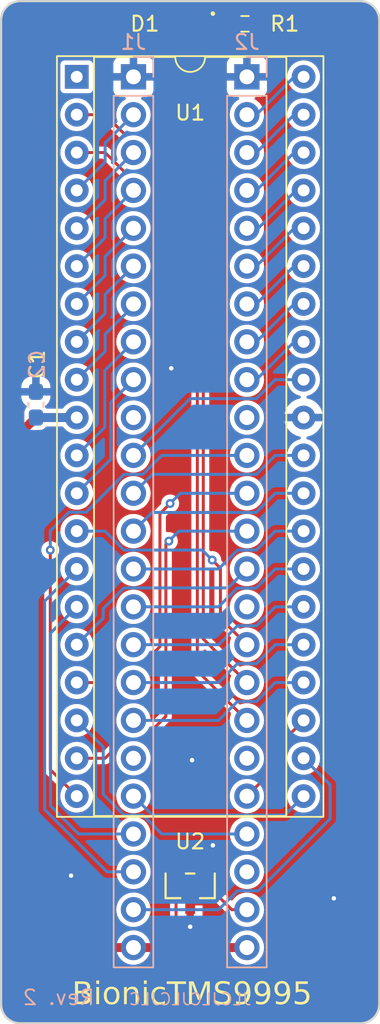
<source format=kicad_pcb>
(kicad_pcb (version 20240108) (generator "pcbnew") (generator_version "8.0")
  (title_block (title "BionicTMS9995") (date "2024-12-28") (rev "2") (company "Tadashi G. Takaoka"))
  (layers (0 "F.Cu" mixed) (31 "B.Cu" mixed) (34 "B.Paste" user) (35 "F.Paste" user) (36 "B.SilkS" user "B.Silkscreen") (37 "F.SilkS" user "F.Silkscreen") (38 "B.Mask" user) (39 "F.Mask" user) (44 "Edge.Cuts" user))
  (net 0 "")
  (net 1 "VCC")
  (net 2 "GND")
  (net 3 "/P53")
  (net 4 "/P26")
  (net 5 "/P27")
  (net 6 "/P47")
  (net 7 "/P46")
  (net 8 "/P25")
  (net 9 "/P24")
  (net 10 "/P23")
  (net 11 "/P22")
  (net 12 "/P21")
  (net 13 "/P20")
  (net 14 "/P34")
  (net 15 "/P35")
  (net 16 "/P17")
  (net 17 "/P36")
  (net 18 "/P16")
  (net 19 "/P15")
  (net 20 "/P40")
  (net 21 "/P14")
  (net 22 "/P13")
  (net 23 "/P42")
  (net 24 "/P12")
  (net 25 "/P11")
  (net 26 "/P10")
  (net 28 "/P33")
  (net 29 "/P32")
  (net 30 "/P31")
  (net 31 "/P30")
  (net 32 "/P51")
  (net 33 "/P55")
  (net 34 "/P43")
  (net 35 "/P37")
  (net 36 "/P50")
  (net 37 "/P52")
  (net 39 "Net-(D1-K)")
  (net 40 "/P54")
  (net 41 "/P41")
  (net 43 "/P45")
  (net 45 "Net-(J2-P57)")
  (footprint "bionic:DIP-40_W15.24mm_Socket" (layer "F.Cu") (at 106.08 75.08)
    (property "Reference" "U1" (at 7.62 2.413 0) (layer "F.SilkS"))
    (property "Value" "TMS9995")
    (fp_line (start -1.33 -1.39) (end -1.33 49.65) (stroke (width 0.12)) (layer "F.SilkS"))
    (fp_line (start -1.33 49.65) (end 16.57 49.65) (stroke (width 0.12)) (layer "F.SilkS"))
    (fp_line (start 1.16 -1.33) (end 1.16 49.59) (stroke (width 0.12)) (layer "F.SilkS"))
    (fp_line (start 1.16 49.59) (end 14.08 49.59) (stroke (width 0.12)) (layer "F.SilkS"))
    (fp_line (start 6.62 -1.33) (end 1.16 -1.33) (stroke (width 0.12)) (layer "F.SilkS"))
    (fp_line (start 14.08 -1.33) (end 8.62 -1.33) (stroke (width 0.12)) (layer "F.SilkS"))
    (fp_line (start 14.08 49.59) (end 14.08 -1.33) (stroke (width 0.12)) (layer "F.SilkS"))
    (fp_line (start 16.57 -1.39) (end -1.33 -1.39) (stroke (width 0.12)) (layer "F.SilkS"))
    (fp_line (start 16.57 49.65) (end 16.57 -1.39) (stroke (width 0.12)) (layer "F.SilkS"))
    (fp_arc (start 8.62 -1.33) (mid 7.62 -0.33) (end 6.62 -1.33) (stroke (width 0.12)) (layer "F.SilkS"))
    (pad "1" thru_hole rect (at 0 0) (size 1.6 1.6) (drill 0.8) (layers "*.Cu" "*.Mask"))
    (pad "2" thru_hole oval (at 0 2.54) (size 1.6 1.6) (drill 0.8) (layers "*.Cu" "*.Mask") (net 7 "/P46"))
    (pad "3" thru_hole oval (at 0 5.08) (size 1.6 1.6) (drill 0.8) (layers "*.Cu" "*.Mask") (net 6 "/P47"))
    (pad "4" thru_hole oval (at 0 7.62) (size 1.6 1.6) (drill 0.8) (layers "*.Cu" "*.Mask") (net 26 "/P10"))
    (pad "5" thru_hole oval (at 0 10.16) (size 1.6 1.6) (drill 0.8) (layers "*.Cu" "*.Mask") (net 25 "/P11"))
    (pad "6" thru_hole oval (at 0 12.7) (size 1.6 1.6) (drill 0.8) (layers "*.Cu" "*.Mask") (net 24 "/P12"))
    (pad "7" thru_hole oval (at 0 15.24) (size 1.6 1.6) (drill 0.8) (layers "*.Cu" "*.Mask") (net 22 "/P13"))
    (pad "8" thru_hole oval (at 0 17.78) (size 1.6 1.6) (drill 0.8) (layers "*.Cu" "*.Mask") (net 21 "/P14"))
    (pad "9" thru_hole oval (at 0 20.32) (size 1.6 1.6) (drill 0.8) (layers "*.Cu" "*.Mask") (net 19 "/P15"))
    (pad "10" thru_hole oval (at 0 22.86) (size 1.6 1.6) (drill 0.8) (layers "*.Cu" "*.Mask") (net 1 "VCC"))
    (pad "11" thru_hole oval (at 0 25.4) (size 1.6 1.6) (drill 0.8) (layers "*.Cu" "*.Mask") (net 18 "/P16"))
    (pad "12" thru_hole oval (at 0 27.94) (size 1.6 1.6) (drill 0.8) (layers "*.Cu" "*.Mask") (net 16 "/P17"))
    (pad "13" thru_hole oval (at 0 30.48) (size 1.6 1.6) (drill 0.8) (layers "*.Cu" "*.Mask") (net 43 "/P45"))
    (pad "14" thru_hole oval (at 0 33.02) (size 1.6 1.6) (drill 0.8) (layers "*.Cu" "*.Mask") (net 37 "/P52"))
    (pad "15" thru_hole oval (at 0 35.56) (size 1.6 1.6) (drill 0.8) (layers "*.Cu" "*.Mask") (net 32 "/P51"))
    (pad "16" thru_hole oval (at 0 38.1) (size 1.6 1.6) (drill 0.8) (layers "*.Cu" "*.Mask") (net 34 "/P43"))
    (pad "17" thru_hole oval (at 0 40.64) (size 1.6 1.6) (drill 0.8) (layers "*.Cu" "*.Mask") (net 41 "/P41"))
    (pad "18" thru_hole oval (at 0 43.18) (size 1.6 1.6) (drill 0.8) (layers "*.Cu" "*.Mask") (net 33 "/P55"))
    (pad "19" thru_hole oval (at 0 45.72) (size 1.6 1.6) (drill 0.8) (layers "*.Cu" "*.Mask") (net 23 "/P42"))
    (pad "20" thru_hole oval (at 0 48.26) (size 1.6 1.6) (drill 0.8) (layers "*.Cu" "*.Mask") (net 20 "/P40"))
    (pad "21" thru_hole oval (at 15.24 48.26) (size 1.6 1.6) (drill 0.8) (layers "*.Cu" "*.Mask") (net 36 "/P50"))
    (pad "22" thru_hole oval (at 15.24 45.72) (size 1.6 1.6) (drill 0.8) (layers "*.Cu" "*.Mask") (net 3 "/P53"))
    (pad "23" thru_hole oval (at 15.24 43.18) (size 1.6 1.6) (drill 0.8) (layers "*.Cu" "*.Mask") (net 40 "/P54"))
    (pad "24" thru_hole oval (at 15.24 40.64) (size 1.6 1.6) (drill 0.8) (layers "*.Cu" "*.Mask") (net 35 "/P37"))
    (pad "25" thru_hole oval (at 15.24 38.1) (size 1.6 1.6) (drill 0.8) (layers "*.Cu" "*.Mask") (net 17 "/P36"))
    (pad "26" thru_hole oval (at 15.24 35.56) (size 1.6 1.6) (drill 0.8) (layers "*.Cu" "*.Mask") (net 15 "/P35"))
    (pad "27" thru_hole oval (at 15.24 33.02) (size 1.6 1.6) (drill 0.8) (layers "*.Cu" "*.Mask") (net 14 "/P34"))
    (pad "28" thru_hole oval (at 15.24 30.48) (size 1.6 1.6) (drill 0.8) (layers "*.Cu" "*.Mask") (net 28 "/P33"))
    (pad "29" thru_hole oval (at 15.24 27.94) (size 1.6 1.6) (drill 0.8) (layers "*.Cu" "*.Mask") (net 29 "/P32"))
    (pad "30" thru_hole oval (at 15.24 25.4) (size 1.6 1.6) (drill 0.8) (layers "*.Cu" "*.Mask") (net 30 "/P31"))
    (pad "31" thru_hole oval (at 15.24 22.86) (size 1.6 1.6) (drill 0.8) (layers "*.Cu" "*.Mask") (net 2 "GND"))
    (pad "32" thru_hole oval (at 15.24 20.32) (size 1.6 1.6) (drill 0.8) (layers "*.Cu" "*.Mask") (net 31 "/P30"))
    (pad "33" thru_hole oval (at 15.24 17.78) (size 1.6 1.6) (drill 0.8) (layers "*.Cu" "*.Mask") (net 5 "/P27"))
    (pad "34" thru_hole oval (at 15.24 15.24) (size 1.6 1.6) (drill 0.8) (layers "*.Cu" "*.Mask") (net 4 "/P26"))
    (pad "35" thru_hole oval (at 15.24 12.7) (size 1.6 1.6) (drill 0.8) (layers "*.Cu" "*.Mask") (net 8 "/P25"))
    (pad "36" thru_hole oval (at 15.24 10.16) (size 1.6 1.6) (drill 0.8) (layers "*.Cu" "*.Mask") (net 9 "/P24"))
    (pad "37" thru_hole oval (at 15.24 7.62) (size 1.6 1.6) (drill 0.8) (layers "*.Cu" "*.Mask") (net 10 "/P23"))
    (pad "38" thru_hole oval (at 15.24 5.08) (size 1.6 1.6) (drill 0.8) (layers "*.Cu" "*.Mask") (net 11 "/P22"))
    (pad "39" thru_hole oval (at 15.24 2.54) (size 1.6 1.6) (drill 0.8) (layers "*.Cu" "*.Mask") (net 12 "/P21"))
    (pad "40" thru_hole oval (at 15.24 0) (size 1.6 1.6) (drill 0.8) (layers "*.Cu" "*.Mask") (net 13 "/P20"))
  )
  (footprint "microchip:SOT-23_MC_MCH-M" (layer "F.Cu") (at 113.7 129.359 180)
    (property "Reference" "U2" (at 0 2.971 0) (layer "F.SilkS"))
    (property "Value" "11AA010-I/TT")
    (fp_line (start 1.652 0.827) (end 1.652 -0.827) (stroke (width 0.1524)) (layer "F.SilkS"))
    (fp_line (start 1.652 -0.827) (end 0.66294 -0.827) (stroke (width 0.1524)) (layer "F.SilkS"))
    (fp_line (start -0.287061 0.827) (end 0.287061 0.827) (stroke (width 0.1524)) (layer "F.SilkS"))
    (fp_line (start -0.66294 -0.827) (end -1.652 -0.827) (stroke (width 0.1524)) (layer "F.SilkS"))
    (fp_line (start -1.652 -0.827) (end -1.652 0.827) (stroke (width 0.1524)) (layer "F.SilkS"))
    (pad "1" smd rect (at -0.950001 1.066 180) (size 0.6604 1.6256) (layers "F.Cu" "F.Paste" "F.Mask") (net 45 "Net-(J2-P57)"))
    (pad "2" smd rect (at 0.950001 1.066 180) (size 0.6604 1.6256) (layers "F.Cu" "F.Paste" "F.Mask") (net 1 "VCC"))
    (pad "3" smd rect (at 0 -1.066 180) (size 0.6604 1.6256) (layers "F.Cu" "F.Paste" "F.Mask") (net 2 "GND"))
  )
  (footprint "rhom:LED_CSL1901UW1_ROM-M" (layer "F.Cu") (at 113.573 71.524 180)
    (property "Reference" "D1" (at 2.921 0 0) (layer "F.SilkS"))
    (property "Value" "CSL1901UW1")
    (fp_circle (center -1.651 0.6858) (end -1.5748 0.6858) (stroke (width 0.1524)) (fill none) (layer "F.SilkS"))
    (pad "1" smd rect (at -0.8763 0 180) (size 0.9652 0.762) (layers "F.Cu" "F.Paste" "F.Mask") (net 39 "Net-(D1-K)"))
    (pad "2" smd rect (at 0.8763 0 180) (size 0.9652 0.762) (layers "F.Cu" "F.Paste" "F.Mask") (net 1 "VCC"))
    (zone (net 0) (net_name "") (layer "F.Cu") (connect_pads (clearance 0)) (min_thickness 0.254)
      (keepout (tracks not_allowed) (vias not_allowed) (pads allowed) (copperpour not_allowed) (footprints allowed))
      (fill (thermal_gap 0.508) (thermal_bridge_width 0.508))
      (polygon (pts (xy 113.9159 71.8796) (xy 113.2301 71.8796) (xy 113.2301 71.1684) (xy 113.9159 71.1684)))
    )
  )
  (footprint "Resistor_SMD:R_0603_1608Metric_Pad0.98x0.95mm_HandSolder" (layer "F.Cu") (at 117.383 71.524)
    (property "Reference" "R1" (at 2.667 0 0) (layer "F.SilkS"))
    (property "Value" "1.6k")
    (fp_line (start -0.254724 -0.5225) (end 0.254724 -0.5225) (stroke (width 0.12)) (layer "F.SilkS"))
    (fp_line (start -0.254724 0.5225) (end 0.254724 0.5225) (stroke (width 0.12)) (layer "F.SilkS"))
    (pad "1" smd roundrect (at -0.9125 0) (size 0.975 0.95) (layers "F.Cu" "F.Paste" "F.Mask") (net 39 "Net-(D1-K)"))
    (pad "2" smd roundrect (at 0.9125 0) (size 0.975 0.95) (layers "F.Cu" "F.Paste" "F.Mask") (net 2 "GND"))
  )
  (footprint "Capacitor_SMD:C_0603_1608Metric_Pad1.08x0.95mm_HandSolder" (layer "F.Cu") (at 103.3368 97.0764 90)
    (property "Reference" "C1" (at 2.6924 0.0762 90) (layer "F.SilkS"))
    (property "Value" "0.1u")
    (fp_line (start -0.146267 -0.51) (end 0.146267 -0.51) (stroke (width 0.12)) (layer "F.SilkS"))
    (fp_line (start -0.146267 0.51) (end 0.146267 0.51) (stroke (width 0.12)) (layer "F.SilkS"))
    (pad "1" smd roundrect (at -0.8625 0 90) (size 1.075 0.95) (layers "F.Cu" "F.Paste" "F.Mask") (net 1 "VCC"))
    (pad "2" smd roundrect (at 0.8625 0 90) (size 1.075 0.95) (layers "F.Cu" "F.Paste" "F.Mask") (net 2 "GND"))
  )
  (footprint "bionic:Bionic-P245_Vertical" (layer "B.Cu") (at 117.51 75.08 180)
    (property "Reference" "J2" (at 0 2.33 0) (layer "B.SilkS") (effects (justify mirror)))
    (property "Value" "Bionic-P245")
    (fp_line (start 1.33 -1.27) (end -1.33 -1.27) (stroke (width 0.12)) (layer "B.SilkS"))
    (fp_line (start 1.33 -59.75) (end 1.33 -1.27) (stroke (width 0.12)) (layer "B.SilkS"))
    (fp_line (start 1.33 -59.75) (end -1.33 -59.75) (stroke (width 0.12)) (layer "B.SilkS"))
    (fp_line (start 0 1.33) (end -1.33 1.33) (stroke (width 0.12)) (layer "B.SilkS"))
    (fp_line (start -1.33 1.33) (end -1.33 0) (stroke (width 0.12)) (layer "B.SilkS"))
    (fp_line (start -1.33 -59.75) (end -1.33 -1.27) (stroke (width 0.12)) (layer "B.SilkS"))
    (pad "25" thru_hole oval (at 0 -58.42 180) (size 1.7 1.7) (drill 1) (layers "*.Cu" "*.Mask") (net 1 "VCC"))
    (pad "26" thru_hole oval (at 0 -55.88 180) (size 1.7 1.7) (drill 1) (layers "*.Cu" "*.Mask") (net 45 "Net-(J2-P57)"))
    (pad "27" thru_hole oval (at 0 -53.34 180) (size 1.7 1.7) (drill 1) (layers "*.Cu" "*.Mask"))
    (pad "28" thru_hole oval (at 0 -50.8 180) (size 1.7 1.7) (drill 1) (layers "*.Cu" "*.Mask") (net 33 "/P55"))
    (pad "29" thru_hole oval (at 0 -48.26 180) (size 1.7 1.7) (drill 1) (layers "*.Cu" "*.Mask") (net 40 "/P54"))
    (pad "30" thru_hole oval (at 0 -45.72 180) (size 1.7 1.7) (drill 1) (layers "*.Cu" "*.Mask"))
    (pad "31" thru_hole oval (at 0 -43.18 180) (size 1.7 1.7) (drill 1) (layers "*.Cu" "*.Mask") (net 6 "/P47"))
    (pad "32" thru_hole oval (at 0 -40.64 180) (size 1.7 1.7) (drill 1) (layers "*.Cu" "*.Mask") (net 7 "/P46"))
    (pad "33" thru_hole oval (at 0 -38.1 180) (size 1.7 1.7) (drill 1) (layers "*.Cu" "*.Mask") (net 43 "/P45"))
    (pad "34" thru_hole oval (at 0 -35.56 180) (size 1.7 1.7) (drill 1) (layers "*.Cu" "*.Mask"))
    (pad "35" thru_hole oval (at 0 -33.02 180) (size 1.7 1.7) (drill 1) (layers "*.Cu" "*.Mask") (net 34 "/P43"))
    (pad "36" thru_hole oval (at 0 -30.48 180) (size 1.7 1.7) (drill 1) (layers "*.Cu" "*.Mask") (net 23 "/P42"))
    (pad "37" thru_hole oval (at 0 -27.94 180) (size 1.7 1.7) (drill 1) (layers "*.Cu" "*.Mask") (net 41 "/P41"))
    (pad "38" thru_hole oval (at 0 -25.4 180) (size 1.7 1.7) (drill 1) (layers "*.Cu" "*.Mask") (net 20 "/P40"))
    (pad "39" thru_hole oval (at 0 -22.86 180) (size 1.7 1.7) (drill 1) (layers "*.Cu" "*.Mask"))
    (pad "40" thru_hole oval (at 0 -20.32 180) (size 1.7 1.7) (drill 1) (layers "*.Cu" "*.Mask") (net 5 "/P27"))
    (pad "41" thru_hole oval (at 0 -17.78 180) (size 1.7 1.7) (drill 1) (layers "*.Cu" "*.Mask") (net 4 "/P26"))
    (pad "42" thru_hole oval (at 0 -15.24 180) (size 1.7 1.7) (drill 1) (layers "*.Cu" "*.Mask") (net 8 "/P25"))
    (pad "43" thru_hole oval (at 0 -12.7 180) (size 1.7 1.7) (drill 1) (layers "*.Cu" "*.Mask") (net 9 "/P24"))
    (pad "44" thru_hole oval (at 0 -10.16 180) (size 1.7 1.7) (drill 1) (layers "*.Cu" "*.Mask") (net 10 "/P23"))
    (pad "45" thru_hole oval (at 0 -7.62 180) (size 1.7 1.7) (drill 1) (layers "*.Cu" "*.Mask") (net 11 "/P22"))
    (pad "46" thru_hole oval (at 0 -5.08 180) (size 1.7 1.7) (drill 1) (layers "*.Cu" "*.Mask") (net 12 "/P21"))
    (pad "47" thru_hole oval (at 0 -2.54 180) (size 1.7 1.7) (drill 1) (layers "*.Cu" "*.Mask") (net 13 "/P20"))
    (pad "48" thru_hole rect (at 0 0 180) (size 1.7 1.7) (drill 1) (layers "*.Cu" "*.Mask") (net 2 "GND"))
  )
  (footprint "Capacitor_SMD:C_0603_1608Metric_Pad1.08x0.95mm_HandSolder" (layer "B.Cu") (at 103.3368 97.0764 90)
    (property "Reference" "C2" (at 2.6924 0.0762 90) (layer "B.SilkS") (effects (justify mirror)))
    (property "Value" "22U")
    (fp_line (start 0.146267 -0.51) (end -0.146267 -0.51) (stroke (width 0.12)) (layer "B.SilkS"))
    (fp_line (start 0.146267 0.51) (end -0.146267 0.51) (stroke (width 0.12)) (layer "B.SilkS"))
    (pad "1" smd roundrect (at -0.8625 0 90) (size 1.075 0.95) (layers "B.Cu" "B.Paste" "B.Mask") (net 1 "VCC"))
    (pad "2" smd roundrect (at 0.8625 0 90) (size 1.075 0.95) (layers "B.Cu" "B.Paste" "B.Mask") (net 2 "GND"))
  )
  (footprint "bionic:Bionic-P135_Vertical" (layer "B.Cu") (at 109.89 75.08 180)
    (property "Reference" "J1" (at 0 2.33 0) (layer "B.SilkS") (effects (justify mirror)))
    (property "Value" "Bionic-P135")
    (fp_line (start 1.33 -1.27) (end -1.33 -1.27) (stroke (width 0.12)) (layer "B.SilkS"))
    (fp_line (start 1.33 -59.75) (end 1.33 -1.27) (stroke (width 0.12)) (layer "B.SilkS"))
    (fp_line (start 1.33 -59.75) (end -1.33 -59.75) (stroke (width 0.12)) (layer "B.SilkS"))
    (fp_line (start 0 1.33) (end -1.33 1.33) (stroke (width 0.12)) (layer "B.SilkS"))
    (fp_line (start -1.33 1.33) (end -1.33 0) (stroke (width 0.12)) (layer "B.SilkS"))
    (fp_line (start -1.33 -59.75) (end -1.33 -1.27) (stroke (width 0.12)) (layer "B.SilkS"))
    (pad "1" thru_hole rect (at 0 0 180) (size 1.7 1.7) (drill 1) (layers "*.Cu" "*.Mask") (net 2 "GND"))
    (pad "2" thru_hole oval (at 0 -2.54 180) (size 1.7 1.7) (drill 1) (layers "*.Cu" "*.Mask") (net 26 "/P10"))
    (pad "3" thru_hole oval (at 0 -5.08 180) (size 1.7 1.7) (drill 1) (layers "*.Cu" "*.Mask") (net 25 "/P11"))
    (pad "4" thru_hole oval (at 0 -7.62 180) (size 1.7 1.7) (drill 1) (layers "*.Cu" "*.Mask") (net 24 "/P12"))
    (pad "5" thru_hole oval (at 0 -10.16 180) (size 1.7 1.7) (drill 1) (layers "*.Cu" "*.Mask") (net 22 "/P13"))
    (pad "6" thru_hole oval (at 0 -12.7 180) (size 1.7 1.7) (drill 1) (layers "*.Cu" "*.Mask") (net 21 "/P14"))
    (pad "7" thru_hole oval (at 0 -15.24 180) (size 1.7 1.7) (drill 1) (layers "*.Cu" "*.Mask") (net 19 "/P15"))
    (pad "8" thru_hole oval (at 0 -17.78 180) (size 1.7 1.7) (drill 1) (layers "*.Cu" "*.Mask") (net 18 "/P16"))
    (pad "9" thru_hole oval (at 0 -20.32 180) (size 1.7 1.7) (drill 1) (layers "*.Cu" "*.Mask") (net 16 "/P17"))
    (pad "10" thru_hole oval (at 0 -22.86 180) (size 1.7 1.7) (drill 1) (layers "*.Cu" "*.Mask"))
    (pad "11" thru_hole oval (at 0 -25.4 180) (size 1.7 1.7) (drill 1) (layers "*.Cu" "*.Mask") (net 31 "/P30"))
    (pad "12" thru_hole oval (at 0 -27.94 180) (size 1.7 1.7) (drill 1) (layers "*.Cu" "*.Mask") (net 30 "/P31"))
    (pad "13" thru_hole oval (at 0 -30.48 180) (size 1.7 1.7) (drill 1) (layers "*.Cu" "*.Mask") (net 29 "/P32"))
    (pad "14" thru_hole oval (at 0 -33.02 180) (size 1.7 1.7) (drill 1) (layers "*.Cu" "*.Mask") (net 28 "/P33"))
    (pad "15" thru_hole oval (at 0 -35.56 180) (size 1.7 1.7) (drill 1) (layers "*.Cu" "*.Mask") (net 14 "/P34"))
    (pad "16" thru_hole oval (at 0 -38.1 180) (size 1.7 1.7) (drill 1) (layers "*.Cu" "*.Mask") (net 15 "/P35"))
    (pad "17" thru_hole oval (at 0 -40.64 180) (size 1.7 1.7) (drill 1) (layers "*.Cu" "*.Mask") (net 17 "/P36"))
    (pad "18" thru_hole oval (at 0 -43.18 180) (size 1.7 1.7) (drill 1) (layers "*.Cu" "*.Mask") (net 35 "/P37"))
    (pad "19" thru_hole oval (at 0 -45.72 180) (size 1.7 1.7) (drill 1) (layers "*.Cu" "*.Mask"))
    (pad "20" thru_hole oval (at 0 -48.26 180) (size 1.7 1.7) (drill 1) (layers "*.Cu" "*.Mask") (net 36 "/P50"))
    (pad "21" thru_hole oval (at 0 -50.8 180) (size 1.7 1.7) (drill 1) (layers "*.Cu" "*.Mask") (net 32 "/P51"))
    (pad "22" thru_hole oval (at 0 -53.34 180) (size 1.7 1.7) (drill 1) (layers "*.Cu" "*.Mask") (net 37 "/P52"))
    (pad "23" thru_hole oval (at 0 -55.88 180) (size 1.7 1.7) (drill 1) (layers "*.Cu" "*.Mask") (net 3 "/P53"))
    (pad "24" thru_hole oval (at 0 -58.42 180) (size 1.7 1.7) (drill 1) (layers "*.Cu" "*.Mask") (net 1 "VCC"))
  )
  (gr_arc (start 126.4 137.31) (mid 126.028026 138.208026) (end 125.13 138.58) (stroke (width 0.15)) (layer "Edge.Cuts"))
  (gr_arc (start 102.27 138.58) (mid 101.371974 138.208026) (end 101 137.31) (stroke (width 0.15)) (layer "Edge.Cuts"))
  (gr_arc (start 125.13 70) (mid 126.028026 70.371974) (end 126.4 71.27) (stroke (width 0.15)) (layer "Edge.Cuts"))
  (gr_line (start 101 71.27) (end 101 137.31) (stroke (width 0.15)) (layer "Edge.Cuts"))
  (gr_line (start 102.27 70) (end 125.13 70) (stroke (width 0.15)) (layer "Edge.Cuts"))
  (gr_line (start 126.4 71.27) (end 126.4 137.31) (stroke (width 0.15)) (layer "Edge.Cuts"))
  (gr_arc (start 101 71.27) (mid 101.371974 70.371974) (end 102.27 70) (stroke (width 0.15)) (layer "Edge.Cuts"))
  (gr_line (start 102.27 138.58) (end 125.13 138.58) (stroke (width 0.15)) (layer "Edge.Cuts"))
  (gr_text "Rev. 2\n" (at 107.35 137.437 0) (layer "B.SilkS") (effects (font (size 1 1) (thickness -0.1)) (justify left bottom mirror)))
  (gr_text "JLCJLCJLCJLC" (at 113.7 137.437 0) (layer "B.SilkS") (effects (font (size 0.8 0.8)) (justify bottom mirror)))
  (gr_text "BionicTMS9995" (at 113.827 136.675 0) (layer "F.SilkS") (effects (font (size 1.5 1.5))))
  (segment (start 112.811 133.5) (end 109.89 133.5) (width 0.6) (layer "F.Cu") (net 1))
  (segment (start 112.75 128.293001) (end 112.75 133.439) (width 0.2) (layer "F.Cu") (net 1))
  (segment (start 103.3368 97.9389) (end 106.0789 97.9389) (width 0.6) (layer "F.Cu") (net 1))
  (segment (start 103.3368 97.939) (end 103.3368 97.9389) (width 0.6) (layer "F.Cu") (net 1))
  (segment (start 112.75 133.439) (end 112.811 133.5) (width 0.2) (layer "F.Cu") (net 1))
  (segment (start 102.8035 98.4723) (end 103.3368 97.939) (width 0.6) (layer "F.Cu") (net 1))
  (segment (start 102.27 99.0057) (end 103.3368 97.9389) (width 0.6) (layer "F.Cu") (net 1))
  (segment (start 102.27 127.785) (end 102.27 99.0057) (width 0.6) (layer "F.Cu") (net 1))
  (segment (start 102.016 98.7517) (end 102.27 99.0057) (width 0.2) (layer "F.Cu") (net 1))
  (segment (start 102.016 73.683) (end 102.016 98.7517) (width 0.2) (layer "F.Cu") (net 1))
  (segment (start 107.985 133.5) (end 102.27 127.785) (width 0.6) (layer "F.Cu") (net 1))
  (segment (start 117.51 133.5) (end 112.811 133.5) (width 0.6) (layer "F.Cu") (net 1))
  (segment (start 104.175 71.524) (end 102.016 73.683) (width 0.2) (layer "F.Cu") (net 1))
  (segment (start 112.697 71.524) (end 112.6967 71.524) (width 0.2) (layer "F.Cu") (net 1))
  (segment (start 112.749999 128.293) (end 112.75 128.293001) (width 0.2) (layer "F.Cu") (net 1))
  (segment (start 112.6967 71.524) (end 104.175 71.524) (width 0.2) (layer "F.Cu") (net 1))
  (segment (start 106.0789 97.9389) (end 106.08 97.94) (width 0.6) (layer "F.Cu") (net 1))
  (segment (start 109.89 133.5) (end 107.985 133.5) (width 0.6) (layer "F.Cu") (net 1))
  (segment (start 103.3379 97.94) (end 103.3368 97.9389) (width 0.6) (layer "B.Cu") (net 1))
  (segment (start 103.337 97.9389) (end 103.3368 97.9389) (width 0.6) (layer "B.Cu") (net 1))
  (segment (start 106.08 97.94) (end 103.3379 97.94) (width 0.6) (layer "B.Cu") (net 1))
  (segment (start 121.32 97.94) (end 122.971 97.94) (width 0.4) (layer "F.Cu") (net 2))
  (via (at 113.827 120.927) (size 0.6) (drill 0.3) (layers "F.Cu" "B.Cu") (net 2))
  (via (at 115.224 126.642) (size 0.6) (drill 0.3) (layers "F.Cu" "B.Cu") (net 2))
  (via (at 112.43 94.638) (size 0.6) (drill 0.3) (layers "F.Cu" "B.Cu") (net 2))
  (via (at 113.7 132.103) (size 0.6) (drill 0.3) (layers "F.Cu" "B.Cu") (net 2))
  (via (at 105.699 128.674) (size 0.6) (drill 0.3) (layers "F.Cu" "B.Cu") (net 2))
  (via (at 123.352 130.198) (size 0.6) (drill 0.3) (layers "F.Cu" "B.Cu") (net 2))
  (segment (start 121.32 97.94) (end 122.971 97.94) (width 0.4) (layer "B.Cu") (net 2))
  (segment (start 123.098 124.864) (end 118.272 129.69) (width 0.2) (layer "B.Cu") (net 3))
  (segment (start 118.272 129.69) (end 116.875 129.69) (width 0.2) (layer "B.Cu") (net 3))
  (segment (start 116.875 129.69) (end 115.605 130.96) (width 0.2) (layer "B.Cu") (net 3))
  (segment (start 115.605 130.96) (end 109.89 130.96) (width 0.2) (layer "B.Cu") (net 3))
  (segment (start 121.32 120.8) (end 123.098 122.578) (width 0.2) (layer "B.Cu") (net 3))
  (segment (start 123.098 122.578) (end 123.098 124.864) (width 0.2) (layer "B.Cu") (net 3))
  (segment (start 118.145 92.86) (end 120.685 90.32) (width 0.2) (layer "B.Cu") (net 4))
  (segment (start 120.685 90.32) (end 121.32 90.32) (width 0.2) (layer "B.Cu") (net 4))
  (segment (start 117.51 92.86) (end 118.145 92.86) (width 0.2) (layer "B.Cu") (net 4))
  (segment (start 118.145 95.4) (end 120.685 92.86) (width 0.2) (layer "B.Cu") (net 5))
  (segment (start 120.685 92.86) (end 121.32 92.86) (width 0.2) (layer "B.Cu") (net 5))
  (segment (start 117.51 95.4) (end 118.145 95.4) (width 0.2) (layer "B.Cu") (net 5))
  (segment (start 112.499314 81.43) (end 114.180735 83.111421) (width 0.2) (layer "F.Cu") (net 6))
  (segment (start 106.08 80.16) (end 107.985 80.16) (width 0.2) (layer "F.Cu") (net 6))
  (segment (start 114.180735 114.930735) (end 117.51 118.26) (width 0.2) (layer "F.Cu") (net 6))
  (segment (start 107.985 80.16) (end 109.255 81.43) (width 0.2) (layer "F.Cu") (net 6))
  (segment (start 114.180735 83.111421) (end 114.180735 114.930735) (width 0.2) (layer "F.Cu") (net 6))
  (segment (start 109.255 81.43) (end 112.499314 81.43) (width 0.2) (layer "F.Cu") (net 6))
  (segment (start 114.580735 82.945735) (end 110.525 78.89) (width 0.2) (layer "F.Cu") (net 7))
  (segment (start 107.985 77.62) (end 106.08 77.62) (width 0.2) (layer "F.Cu") (net 7))
  (segment (start 114.580735 112.790735) (end 114.580735 82.945735) (width 0.2) (layer "F.Cu") (net 7))
  (segment (start 110.525 78.89) (end 109.255 78.89) (width 0.2) (layer "F.Cu") (net 7))
  (segment (start 117.51 115.72) (end 114.580735 112.790735) (width 0.2) (layer "F.Cu") (net 7))
  (segment (start 109.255 78.89) (end 107.985 77.62) (width 0.2) (layer "F.Cu") (net 7))
  (segment (start 118.145 90.32) (end 120.685 87.78) (width 0.2) (layer "B.Cu") (net 8))
  (segment (start 120.685 87.78) (end 121.32 87.78) (width 0.2) (layer "B.Cu") (net 8))
  (segment (start 117.51 90.32) (end 118.145 90.32) (width 0.2) (layer "B.Cu") (net 8))
  (segment (start 118.145 87.78) (end 120.685 85.24) (width 0.2) (layer "B.Cu") (net 9))
  (segment (start 117.51 87.78) (end 118.145 87.78) (width 0.2) (layer "B.Cu") (net 9))
  (segment (start 120.685 85.24) (end 121.32 85.24) (width 0.2) (layer "B.Cu") (net 9))
  (segment (start 120.812 82.7) (end 121.32 82.7) (width 0.2) (layer "B.Cu") (net 10))
  (segment (start 118.272 85.24) (end 120.812 82.7) (width 0.2) (layer "B.Cu") (net 10))
  (segment (start 117.51 85.24) (end 118.272 85.24) (width 0.2) (layer "B.Cu") (net 10))
  (segment (start 118.145 82.7) (end 120.685 80.16) (width 0.2) (layer "B.Cu") (net 11))
  (segment (start 120.685 80.16) (end 121.32 80.16) (width 0.2) (layer "B.Cu") (net 11))
  (segment (start 117.51 82.7) (end 118.145 82.7) (width 0.2) (layer "B.Cu") (net 11))
  (segment (start 120.685 77.62) (end 121.32 77.62) (width 0.2) (layer "B.Cu") (net 12))
  (segment (start 118.145 80.16) (end 120.685 77.62) (width 0.2) (layer "B.Cu") (net 12))
  (segment (start 117.51 80.16) (end 118.145 80.16) (width 0.2) (layer "B.Cu") (net 12))
  (segment (start 118.145 77.62) (end 120.685 75.08) (width 0.2) (layer "B.Cu") (net 13))
  (segment (start 117.51 77.62) (end 118.145 77.62) (width 0.2) (layer "B.Cu") (net 13))
  (segment (start 120.685 75.08) (end 121.32 75.08) (width 0.2) (layer "B.Cu") (net 13))
  (segment (start 119.415 108.1) (end 121.32 108.1) (width 0.2) (layer "B.Cu") (net 14))
  (segment (start 115.605 110.64) (end 116.8571 109.3879) (width 0.2) (layer "B.Cu") (net 14))
  (segment (start 109.89 110.64) (end 115.605 110.64) (width 0.2) (layer "B.Cu") (net 14))
  (segment (start 116.8571 109.3879) (end 118.1271 109.3879) (width 0.2) (layer "B.Cu") (net 14))
  (segment (start 118.1271 109.3879) (end 119.415 108.1) (width 0.2) (layer "B.Cu") (net 14))
  (segment (start 109.89 113.18) (end 115.605 113.18) (width 0.2) (layer "B.Cu") (net 15))
  (segment (start 116.875 111.91) (end 118.145 111.91) (width 0.2) (layer "B.Cu") (net 15))
  (segment (start 119.415 110.64) (end 121.32 110.64) (width 0.2) (layer "B.Cu") (net 15))
  (segment (start 118.145 111.91) (end 119.415 110.64) (width 0.2) (layer "B.Cu") (net 15))
  (segment (start 115.605 113.18) (end 116.875 111.91) (width 0.2) (layer "B.Cu") (net 15))
  (segment (start 108.366 100.734) (end 106.08 103.02) (width 0.2) (layer "B.Cu") (net 16))
  (segment (start 108.366 96.924) (end 108.366 100.734) (width 0.2) (layer "B.Cu") (net 16))
  (segment (start 109.89 95.4) (end 108.366 96.924) (width 0.2) (layer "B.Cu") (net 16))
  (segment (start 109.89 115.72) (end 115.605 115.72) (width 0.2) (layer "B.Cu") (net 17))
  (segment (start 118.145 114.45) (end 119.415 113.18) (width 0.2) (layer "B.Cu") (net 17))
  (segment (start 119.415 113.18) (end 121.32 113.18) (width 0.2) (layer "B.Cu") (net 17))
  (segment (start 115.605 115.72) (end 116.875 114.45) (width 0.2) (layer "B.Cu") (net 17))
  (segment (start 116.875 114.45) (end 118.145 114.45) (width 0.2) (layer "B.Cu") (net 17))
  (segment (start 107.966 98.594) (end 106.08 100.48) (width 0.2) (layer "B.Cu") (net 18))
  (segment (start 109.89 92.86) (end 107.966 94.784) (width 0.2) (layer "B.Cu") (net 18))
  (segment (start 107.966 94.784) (end 107.966 98.594) (width 0.2) (layer "B.Cu") (net 18))
  (segment (start 109.89 90.32) (end 109.89 90.447) (width 0.2) (layer "B.Cu") (net 19))
  (segment (start 107.985 92.352) (end 107.985 93.495) (width 0.2) (layer "B.Cu") (net 19))
  (segment (start 109.89 90.447) (end 107.985 92.352) (width 0.2) (layer "B.Cu") (net 19))
  (segment (start 107.985 93.495) (end 106.08 95.4) (width 0.2) (layer "B.Cu") (net 19))
  (segment (start 104.302 106.83) (end 104.302 121.562) (width 0.2) (layer "F.Cu") (net 20))
  (segment (start 104.302 121.562) (end 106.08 123.34) (width 0.2) (layer "F.Cu") (net 20))
  (via (at 104.302 106.83) (size 0.6) (drill 0.3) (layers "F.Cu" "B.Cu") (net 20))
  (segment (start 110.525 101.75) (end 111.795 100.48) (width 0.2) (layer "B.Cu") (net 20))
  (segment (start 111.795 100.48) (end 117.51 100.48) (width 0.2) (layer "B.Cu") (net 20))
  (segment (start 109.255 101.75) (end 110.525 101.75) (width 0.2) (layer "B.Cu") (net 20))
  (segment (start 104.302 105.544182) (end 105.556182 104.29) (width 0.2) (layer "B.Cu") (net 20))
  (segment (start 105.556182 104.29) (end 106.715 104.29) (width 0.2) (layer "B.Cu") (net 20))
  (segment (start 104.302 106.83) (end 104.302 105.544182) (width 0.2) (layer "B.Cu") (net 20))
  (segment (start 106.715 104.29) (end 109.255 101.75) (width 0.2) (layer "B.Cu") (net 20))
  (segment (start 109.89 87.78) (end 107.985 89.685) (width 0.2) (layer "B.Cu") (net 21))
  (segment (start 107.985 89.685) (end 107.985 90.955) (width 0.2) (layer "B.Cu") (net 21))
  (segment (start 107.985 90.955) (end 106.08 92.86) (width 0.2) (layer "B.Cu") (net 21))
  (segment (start 107.985 88.415) (end 106.08 90.32) (width 0.2) (layer "B.Cu") (net 22))
  (segment (start 109.89 85.24) (end 107.985 87.145) (width 0.2) (layer "B.Cu") (net 22))
  (segment (start 107.985 87.145) (end 107.985 88.415) (width 0.2) (layer "B.Cu") (net 22))
  (segment (start 107.985 120.8) (end 106.08 120.8) (width 0.2) (layer "F.Cu") (net 23))
  (segment (start 110.525 119.53) (end 109.255 119.53) (width 0.2) (layer "F.Cu") (net 23))
  (segment (start 112.268 106.23) (end 112.068 106.43) (width 0.2) (layer "F.Cu") (net 23))
  (segment (start 112.068 117.987) (end 110.525 119.53) (width 0.2) (layer "F.Cu") (net 23))
  (segment (start 109.255 119.53) (end 107.985 120.8) (width 0.2) (layer "F.Cu") (net 23))
  (segment (start 112.068 106.43) (end 112.068 117.987) (width 0.2) (layer "F.Cu") (net 23))
  (via (at 112.268 106.23) (size 0.6) (drill 0.3) (layers "F.Cu" "B.Cu") (net 23))
  (segment (start 112.268 106.23) (end 112.938 105.56) (width 0.2) (layer "B.Cu") (net 23))
  (segment (start 112.938 105.56) (end 117.51 105.56) (width 0.2) (layer "B.Cu") (net 23))
  (segment (start 107.985 84.605) (end 107.985 85.875) (width 0.2) (layer "B.Cu") (net 24))
  (segment (start 109.89 82.7) (end 107.985 84.605) (width 0.2) (layer "B.Cu") (net 24))
  (segment (start 107.985 85.875) (end 106.08 87.78) (width 0.2) (layer "B.Cu") (net 24))
  (segment (start 109.89 80.16) (end 107.985 82.065) (width 0.2) (layer "B.Cu") (net 25))
  (segment (start 107.985 83.335) (end 106.08 85.24) (width 0.2) (layer "B.Cu") (net 25))
  (segment (start 107.985 82.065) (end 107.985 83.335) (width 0.2) (layer "B.Cu") (net 25))
  (segment (start 107.985 80.795) (end 106.08 82.7) (width 0.2) (layer "B.Cu") (net 26))
  (segment (start 109.89 77.62) (end 107.985 79.525) (width 0.2) (layer "B.Cu") (net 26))
  (segment (start 107.985 79.525) (end 107.985 80.795) (width 0.2) (layer "B.Cu") (net 26))
  (segment (start 119.415 105.56) (end 121.32 105.56) (width 0.2) (layer "B.Cu") (net 28))
  (segment (start 115.605 108.1) (end 116.875 106.83) (width 0.2) (layer "B.Cu") (net 28))
  (segment (start 109.89 108.1) (end 115.605 108.1) (width 0.2) (layer "B.Cu") (net 28))
  (segment (start 118.145 106.83) (end 119.415 105.56) (width 0.2) (layer "B.Cu") (net 28))
  (segment (start 116.875 106.83) (end 118.145 106.83) (width 0.2) (layer "B.Cu") (net 28))
  (segment (start 118.1271 104.3079) (end 119.415 103.02) (width 0.2) (layer "B.Cu") (net 29))
  (segment (start 109.89 105.56) (end 111.1421 104.3079) (width 0.2) (layer "B.Cu") (net 29))
  (segment (start 111.1421 104.3079) (end 118.1271 104.3079) (width 0.2) (layer "B.Cu") (net 29))
  (segment (start 119.415 103.02) (end 121.32 103.02) (width 0.2) (layer "B.Cu") (net 29))
  (segment (start 111.16 101.75) (end 118.145 101.75) (width 0.2) (layer "B.Cu") (net 30))
  (segment (start 119.415 100.48) (end 121.32 100.48) (width 0.2) (layer "B.Cu") (net 30))
  (segment (start 109.89 103.02) (end 111.16 101.75) (width 0.2) (layer "B.Cu") (net 30))
  (segment (start 118.145 101.75) (end 119.415 100.48) (width 0.2) (layer "B.Cu") (net 30))
  (segment (start 109.89 100.48) (end 113.7 96.67) (width 0.2) (layer "B.Cu") (net 31))
  (segment (start 119.415 95.4) (end 121.32 95.4) (width 0.2) (layer "B.Cu") (net 31))
  (segment (start 113.7 96.67) (end 118.145 96.67) (width 0.2) (layer "B.Cu") (net 31))
  (segment (start 118.145 96.67) (end 119.415 95.4) (width 0.2) (layer "B.Cu") (net 31))
  (segment (start 106.207 125.88) (end 104.321 123.994) (width 0.2) (layer "B.Cu") (net 32))
  (segment (start 104.321 123.994) (end 104.321 112.399) (width 0.2) (layer "B.Cu") (net 32))
  (segment (start 104.321 112.399) (end 106.08 110.64) (width 0.2) (layer "B.Cu") (net 32))
  (segment (start 109.89 125.88) (end 106.207 125.88) (width 0.2) (layer "B.Cu") (net 32))
  (segment (start 107.858 123.213) (end 109.255 124.61) (width 0.2) (layer "B.Cu") (net 33))
  (segment (start 110.525 124.61) (end 111.795 125.88) (width 0.2) (layer "B.Cu") (net 33))
  (segment (start 109.255 124.61) (end 110.525 124.61) (width 0.2) (layer "B.Cu") (net 33))
  (segment (start 111.795 125.88) (end 117.51 125.88) (width 0.2) (layer "B.Cu") (net 33))
  (segment (start 107.858 120.038) (end 107.858 123.213) (width 0.2) (layer "B.Cu") (net 33))
  (segment (start 106.08 118.26) (end 107.858 120.038) (width 0.2) (layer "B.Cu") (net 33))
  (segment (start 109.255 109.37) (end 107.858 110.767) (width 0.2) (layer "B.Cu") (net 34))
  (segment (start 117.51 108.1) (end 116.24 109.37) (width 0.2) (layer "B.Cu") (net 34))
  (segment (start 107.858 111.402) (end 106.08 113.18) (width 0.2) (layer "B.Cu") (net 34))
  (segment (start 107.858 110.767) (end 107.858 111.402) (width 0.2) (layer "B.Cu") (net 34))
  (segment (start 116.24 109.37) (end 109.255 109.37) (width 0.2) (layer "B.Cu") (net 34))
  (segment (start 119.415 115.72) (end 121.32 115.72) (width 0.2) (layer "B.Cu") (net 35))
  (segment (start 109.89 118.26) (end 115.605 118.26) (width 0.2) (layer "B.Cu") (net 35))
  (segment (start 115.605 118.26) (end 116.875 116.99) (width 0.2) (layer "B.Cu") (net 35))
  (segment (start 118.145 116.99) (end 119.415 115.72) (width 0.2) (layer "B.Cu") (net 35))
  (segment (start 116.875 116.99) (end 118.145 116.99) (width 0.2) (layer "B.Cu") (net 35))
  (segment (start 111.16 124.61) (end 120.05 124.61) (width 0.2) (layer "B.Cu") (net 36))
  (segment (start 109.89 123.34) (end 111.16 124.61) (width 0.2) (layer "B.Cu") (net 36))
  (segment (start 120.05 124.61) (end 121.32 123.34) (width 0.2) (layer "B.Cu") (net 36))
  (segment (start 103.921 110.259) (end 106.08 108.1) (width 0.2) (layer "B.Cu") (net 37))
  (segment (start 109.89 128.42) (end 108.112 128.42) (width 0.2) (layer "B.Cu") (net 37))
  (segment (start 103.921 124.229) (end 103.921 110.259) (width 0.2) (layer "B.Cu") (net 37))
  (segment (start 108.112 128.42) (end 103.921 124.229) (width 0.2) (layer "B.Cu") (net 37))
  (segment (start 114.4493 71.524) (end 116.4705 71.524) (width 0.2) (layer "F.Cu") (net 39))
  (segment (start 119.542 120.038) (end 121.32 118.26) (width 0.2) (layer "F.Cu") (net 40))
  (segment (start 119.542 121.308) (end 119.542 120.038) (width 0.2) (layer "F.Cu") (net 40))
  (segment (start 117.51 123.34) (end 119.542 121.308) (width 0.2) (layer "F.Cu") (net 40))
  (segment (start 112.35225 103.7079) (end 111.668 104.39215) (width 0.2) (layer "F.Cu") (net 41))
  (segment (start 110.525 114.45) (end 109.255 114.45) (width 0.2) (layer "F.Cu") (net 41))
  (segment (start 111.668 113.307) (end 110.525 114.45) (width 0.2) (layer "F.Cu") (net 41))
  (segment (start 107.985 115.72) (end 106.08 115.72) (width 0.2) (layer "F.Cu") (net 41))
  (segment (start 111.668 104.39215) (end 111.668 113.307) (width 0.2) (layer "F.Cu") (net 41))
  (segment (start 109.255 114.45) (end 107.985 115.72) (width 0.2) (layer "F.Cu") (net 41))
  (via (at 112.35225 103.7079) (size 0.6) (drill 0.3) (layers "F.Cu" "B.Cu") (net 41))
  (segment (start 113.04015 103.02) (end 117.51 103.02) (width 0.2) (layer "B.Cu") (net 41))
  (segment (start 112.35225 103.7079) (end 113.04015 103.02) (width 0.2) (layer "B.Cu") (net 41))
  (segment (start 115.180735 107.5) (end 115.732 108.051265) (width 0.2) (layer "F.Cu") (net 43))
  (segment (start 115.732 111.402) (end 117.51 113.18) (width 0.2) (layer "F.Cu") (net 43))
  (segment (start 115.732 108.051265) (end 115.732 111.402) (width 0.2) (layer "F.Cu") (net 43))
  (via (at 115.180735 107.5) (size 0.6) (drill 0.3) (layers "F.Cu" "B.Cu") (net 43))
  (segment (start 109.255 106.83) (end 107.985 105.56) (width 0.2) (layer "B.Cu") (net 43))
  (segment (start 107.985 105.56) (end 106.08 105.56) (width 0.2) (layer "B.Cu") (net 43))
  (segment (start 115.180735 107.5) (end 114.510735 106.83) (width 0.2) (layer "B.Cu") (net 43))
  (segment (start 114.510735 106.83) (end 109.255 106.83) (width 0.2) (layer "B.Cu") (net 43))
  (segment (start 116.494 130.96) (end 117.51 130.96) (width 0.2) (layer "F.Cu") (net 45))
  (segment (start 114.650001 128.293) (end 114.650001 129.116001) (width 0.2) (layer "F.Cu") (net 45))
  (segment (start 114.650001 129.116001) (end 116.494 130.96) (width 0.2) (layer "F.Cu") (net 45))
  (zone (net 2) (net_name "GND") (layers "F&B.Cu") (connect_pads (clearance 0.3)) (min_thickness 0.2) (fill yes (thermal_gap 0.5) (thermal_bridge_width 0.5))
    (polygon (pts (xy 101 70) (xy 126.4 70) (xy 126.4 138.58) (xy 101 138.58)))
  )
)
</source>
